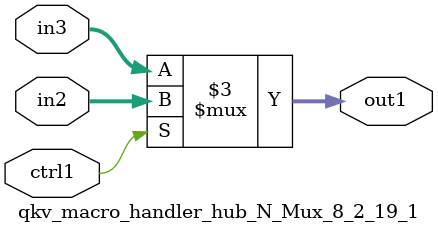
<source format=v>

`timescale 1ps / 1ps


module qkv_macro_handler_hub_N_Mux_8_2_19_1( in3, in2, ctrl1, out1 );

    input [7:0] in3;
    input [7:0] in2;
    input ctrl1;
    output [7:0] out1;
    reg [7:0] out1;

    
    // rtl_process:qkv_macro_handler_hub_N_Mux_8_2_19_1/qkv_macro_handler_hub_N_Mux_8_2_19_1_thread_1
    always @*
      begin : qkv_macro_handler_hub_N_Mux_8_2_19_1_thread_1
        case (ctrl1) 
          1'b1: 
            begin
              out1 = in2;
            end
          default: 
            begin
              out1 = in3;
            end
        endcase
      end

endmodule



</source>
